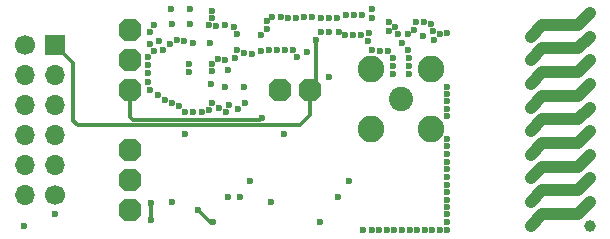
<source format=gbr>
%TF.GenerationSoftware,KiCad,Pcbnew,9.0.7*%
%TF.CreationDate,2026-01-30T12:17:07+01:00*%
%TF.ProjectId,rfiq-1,72666971-2d31-42e6-9b69-6361645f7063,1a*%
%TF.SameCoordinates,Original*%
%TF.FileFunction,Copper,L4,Bot*%
%TF.FilePolarity,Positive*%
%FSLAX46Y46*%
G04 Gerber Fmt 4.6, Leading zero omitted, Abs format (unit mm)*
G04 Created by KiCad (PCBNEW 9.0.7) date 2026-01-30 12:17:07*
%MOMM*%
%LPD*%
G01*
G04 APERTURE LIST*
G04 Aperture macros list*
%AMOutline5P*
0 Free polygon, 5 corners , with rotation*
0 The origin of the aperture is its center*
0 number of corners: always 5*
0 $1 to $10 corner X, Y*
0 $11 Rotation angle, in degrees counterclockwise*
0 create outline with 5 corners*
4,1,5,$1,$2,$3,$4,$5,$6,$7,$8,$9,$10,$1,$2,$11*%
%AMOutline6P*
0 Free polygon, 6 corners , with rotation*
0 The origin of the aperture is its center*
0 number of corners: always 6*
0 $1 to $12 corner X, Y*
0 $13 Rotation angle, in degrees counterclockwise*
0 create outline with 6 corners*
4,1,6,$1,$2,$3,$4,$5,$6,$7,$8,$9,$10,$11,$12,$1,$2,$13*%
%AMOutline7P*
0 Free polygon, 7 corners , with rotation*
0 The origin of the aperture is its center*
0 number of corners: always 7*
0 $1 to $14 corner X, Y*
0 $15 Rotation angle, in degrees counterclockwise*
0 create outline with 7 corners*
4,1,7,$1,$2,$3,$4,$5,$6,$7,$8,$9,$10,$11,$12,$13,$14,$1,$2,$15*%
%AMOutline8P*
0 Free polygon, 8 corners , with rotation*
0 The origin of the aperture is its center*
0 number of corners: always 8*
0 $1 to $16 corner X, Y*
0 $17 Rotation angle, in degrees counterclockwise*
0 create outline with 8 corners*
4,1,8,$1,$2,$3,$4,$5,$6,$7,$8,$9,$10,$11,$12,$13,$14,$15,$16,$1,$2,$17*%
G04 Aperture macros list end*
%TA.AperFunction,EtchedComponent*%
%ADD10C,1.000000*%
%TD*%
%TA.AperFunction,ComponentPad*%
%ADD11Outline8P,-0.950000X0.475000X-0.475000X0.950000X0.475000X0.950000X0.950000X0.475000X0.950000X-0.475000X0.475000X-0.950000X-0.475000X-0.950000X-0.950000X-0.475000X0.000000*%
%TD*%
%TA.AperFunction,ComponentPad*%
%ADD12C,1.000000*%
%TD*%
%TA.AperFunction,ComponentPad*%
%ADD13C,2.050000*%
%TD*%
%TA.AperFunction,ComponentPad*%
%ADD14C,2.250000*%
%TD*%
%TA.AperFunction,ComponentPad*%
%ADD15R,1.700000X1.700000*%
%TD*%
%TA.AperFunction,ComponentPad*%
%ADD16O,1.700000X1.700000*%
%TD*%
%TA.AperFunction,ComponentPad*%
%ADD17C,1.700000*%
%TD*%
%TA.AperFunction,ViaPad*%
%ADD18C,0.600000*%
%TD*%
%TA.AperFunction,Conductor*%
%ADD19C,0.300000*%
%TD*%
G04 APERTURE END LIST*
D10*
%TO.C,AE1*%
X205250000Y-84800000D02*
X204250000Y-85800000D01*
X205250000Y-86800000D02*
X204250000Y-87800000D01*
X205250000Y-88800000D02*
X204250000Y-89800000D01*
X205250000Y-90800000D02*
X204250000Y-91800000D01*
X205250000Y-92800000D02*
X204250000Y-93800000D01*
X205250000Y-94800000D02*
X204250000Y-95800000D01*
X205250000Y-96800000D02*
X204250000Y-97800000D01*
X205250000Y-98800000D02*
X204250000Y-99800000D01*
X205250000Y-100800000D02*
X204250000Y-101800000D01*
X208250000Y-84800000D02*
X205250000Y-84800000D01*
X208250000Y-86800000D02*
X205250000Y-86800000D01*
X208250000Y-88800000D02*
X205250000Y-88800000D01*
X208250000Y-90800000D02*
X205250000Y-90800000D01*
X208250000Y-92800000D02*
X205250000Y-92800000D01*
X208250000Y-94800000D02*
X205250000Y-94800000D01*
X208250000Y-96800000D02*
X205250000Y-96800000D01*
X208250000Y-98800000D02*
X205250000Y-98800000D01*
X208250000Y-100800000D02*
X205250000Y-100800000D01*
X209250000Y-83800000D02*
X208250000Y-84800000D01*
X209250000Y-85800000D02*
X208250000Y-86800000D01*
X209250000Y-87800000D02*
X208250000Y-88800000D01*
X209250000Y-89800000D02*
X208250000Y-90800000D01*
X209250000Y-91800000D02*
X208250000Y-92800000D01*
X209250000Y-93800000D02*
X208250000Y-94800000D01*
X209250000Y-95800000D02*
X208250000Y-96800000D01*
X209250000Y-97800000D02*
X208250000Y-98800000D01*
X209250000Y-99800000D02*
X208250000Y-100800000D01*
%TD*%
D11*
%TO.P,TP10,1,1*%
%TO.N,GND*%
X170300000Y-97920000D03*
%TD*%
%TO.P,TP6,1,1*%
%TO.N,/GQ1*%
X170300000Y-90300000D03*
%TD*%
%TO.P,TP2,1,1*%
%TO.N,/SCL*%
X170300000Y-100460000D03*
%TD*%
%TO.P,TP5,1,1*%
%TO.N,GND*%
X170300000Y-87760000D03*
%TD*%
%TO.P,TP4,1,1*%
%TO.N,/IO1*%
X185540000Y-90300000D03*
%TD*%
%TO.P,TP7,1,1*%
%TO.N,/GQ2*%
X170300000Y-85220000D03*
%TD*%
%TO.P,TP13,1,1*%
%TO.N,GND*%
X183000000Y-90300000D03*
%TD*%
D12*
%TO.P,AE1,*%
%TO.N,*%
X209250000Y-83800000D03*
X209250000Y-85800000D03*
X204250000Y-85800000D03*
X209250000Y-87800000D03*
X204250000Y-87800000D03*
X209250000Y-89800000D03*
X204250000Y-89800000D03*
X209250000Y-91800000D03*
X204250000Y-91800000D03*
X209250000Y-93800000D03*
X204250000Y-93800000D03*
X209250000Y-95800000D03*
X204250000Y-95800000D03*
X209250000Y-97800000D03*
X204250000Y-97800000D03*
X209250000Y-99800000D03*
X204250000Y-99800000D03*
X209250000Y-101800000D03*
X204250000Y-101800000D03*
%TD*%
D11*
%TO.P,TP1,1,1*%
%TO.N,/SDA*%
X170300000Y-95380000D03*
%TD*%
D13*
%TO.P,J1,1,In*%
%TO.N,/ANT_CONN*%
X193260000Y-91060000D03*
D14*
%TO.P,J1,2,Ext*%
%TO.N,GND*%
X195800000Y-88520000D03*
X190720000Y-88520000D03*
X195800000Y-93600000D03*
X190720000Y-93600000D03*
%TD*%
D15*
%TO.P,J4,1,Pin_1*%
%TO.N,/IO1*%
X163950000Y-86490000D03*
D16*
%TO.P,J4,2,Pin_2*%
%TO.N,unconnected-(J4-Pin_2-Pad2)*%
X163950000Y-89030000D03*
%TO.P,J4,3,Pin_3*%
%TO.N,/SCL*%
X163950000Y-91570000D03*
%TO.P,J4,4,Pin_4*%
%TO.N,/SDA*%
X163950000Y-94110000D03*
%TO.P,J4,5,Pin_5*%
%TO.N,GND*%
X163950000Y-96650000D03*
D17*
%TO.P,J4,6,Pin_6*%
%TO.N,VCC*%
X163950000Y-99190000D03*
%TO.P,J4,7,Pin_7*%
%TO.N,unconnected-(J4-Pin_7-Pad7)*%
X161410000Y-86490000D03*
D16*
%TO.P,J4,8,Pin_8*%
%TO.N,unconnected-(J4-Pin_8-Pad8)*%
X161410000Y-89030000D03*
%TO.P,J4,9,Pin_9*%
%TO.N,unconnected-(J4-Pin_9-Pad9)*%
X161410000Y-91570000D03*
%TO.P,J4,10,Pin_10*%
%TO.N,unconnected-(J4-Pin_10-Pad10)*%
X161410000Y-94110000D03*
%TO.P,J4,11,Pin_11*%
%TO.N,GND*%
X161410000Y-96650000D03*
%TO.P,J4,12,Pin_12*%
%TO.N,VBAT*%
X161410000Y-99190000D03*
%TD*%
D18*
%TO.N,GND*%
X181900000Y-84500000D03*
X177900000Y-91800000D03*
X182100000Y-86950000D03*
X174950000Y-86200000D03*
X197200000Y-97675000D03*
X197200000Y-100225000D03*
X171900000Y-87500000D03*
X190500000Y-86200000D03*
X197200000Y-92550000D03*
X177750000Y-87650000D03*
X194000000Y-88300000D03*
X178500000Y-92200000D03*
X192300000Y-84600000D03*
X186500000Y-85425000D03*
X177100000Y-86300000D03*
X190800000Y-83500000D03*
X177300000Y-88100000D03*
X197200000Y-95725000D03*
X175400000Y-84750000D03*
X180500000Y-98000000D03*
X171900000Y-89600000D03*
X193375000Y-102150000D03*
X177300000Y-88700000D03*
X177300000Y-84200000D03*
X182300000Y-99800000D03*
X177300000Y-91400000D03*
X171900000Y-88200000D03*
X189900000Y-85700000D03*
X182400000Y-84100000D03*
X197200000Y-98325000D03*
X197200000Y-97025000D03*
X173100000Y-86900000D03*
X192600000Y-88300000D03*
X195925000Y-102150000D03*
X197200000Y-98975000D03*
X197200000Y-102150000D03*
X188600000Y-84000000D03*
X172350000Y-84800000D03*
X197200000Y-95100000D03*
X193000000Y-85600000D03*
X197200000Y-91275000D03*
X185100000Y-84150000D03*
X172800000Y-86200000D03*
X173900000Y-84700000D03*
X187200000Y-85425000D03*
X175400000Y-83500000D03*
X184400000Y-84200000D03*
X178350000Y-84850000D03*
X191450000Y-102150000D03*
X190800000Y-84190000D03*
X178400000Y-90100000D03*
X195150000Y-85750000D03*
X184150000Y-86900000D03*
X193400000Y-86300000D03*
X181450000Y-85650000D03*
X192600000Y-89000000D03*
X182750000Y-86950000D03*
X192100000Y-102150000D03*
X194400000Y-85200000D03*
X189200000Y-85700000D03*
X188900000Y-98000000D03*
X195950000Y-85350000D03*
X187150000Y-89200000D03*
X192600000Y-87600000D03*
X177000000Y-92000000D03*
X177250000Y-83600000D03*
X183100000Y-84150000D03*
X192250000Y-85350000D03*
X183750000Y-84200000D03*
X172000000Y-86400000D03*
X190800000Y-102150000D03*
X178700000Y-91600000D03*
X185750000Y-84150000D03*
X173300000Y-91200000D03*
X197200000Y-90650000D03*
X194000000Y-89000000D03*
X184450000Y-87500000D03*
X194025000Y-102150000D03*
X196100000Y-86050000D03*
X187200000Y-84200000D03*
X194550000Y-84600000D03*
X175700000Y-86300000D03*
X197200000Y-99600000D03*
X187900000Y-84200000D03*
X180700000Y-87300000D03*
X194675000Y-102150000D03*
X188000000Y-85425000D03*
X174500000Y-91700000D03*
X190100000Y-102150000D03*
X193850000Y-85550000D03*
X189300000Y-84000000D03*
X177200000Y-89800000D03*
X181900000Y-85150000D03*
X175000000Y-92200000D03*
X197200000Y-85450000D03*
X178400000Y-87750000D03*
X194000000Y-87600000D03*
X176400000Y-92200000D03*
X177050000Y-84800000D03*
X186400000Y-101500000D03*
X172700000Y-90700000D03*
X175700000Y-92200000D03*
X192800000Y-85000000D03*
X195200000Y-84550000D03*
X173900000Y-91400000D03*
X183450000Y-86900000D03*
X179200000Y-87600000D03*
X181400000Y-87000000D03*
X172000000Y-90300000D03*
X197200000Y-94475000D03*
X173800000Y-83500000D03*
X175300000Y-88100000D03*
X179400000Y-85600000D03*
X192725000Y-102150000D03*
X180100000Y-91400000D03*
X175300000Y-88800000D03*
X197200000Y-101500000D03*
X196550000Y-85550000D03*
X174300000Y-86100000D03*
X173700000Y-86400000D03*
X193900000Y-86900000D03*
X197200000Y-100850000D03*
X197200000Y-96375000D03*
X178600000Y-88600000D03*
X197200000Y-91900000D03*
X190600000Y-85500000D03*
X178600000Y-99400000D03*
X195800000Y-84750000D03*
X192200000Y-87000000D03*
X179500000Y-91900000D03*
X188500000Y-85700000D03*
X172000000Y-85400000D03*
X161400000Y-101800000D03*
X179400000Y-86910000D03*
X171900000Y-88900000D03*
X195300000Y-102150000D03*
X179100000Y-84950000D03*
X177600000Y-84900000D03*
X180000000Y-90100000D03*
X190000000Y-84000000D03*
X186500000Y-84200000D03*
X197200000Y-90025000D03*
X172400000Y-87000000D03*
X173900000Y-99800000D03*
X196550000Y-102150000D03*
X180000000Y-87200000D03*
X191500000Y-87000000D03*
X190800000Y-86900000D03*
%TO.N,VCC*%
X163975000Y-100800000D03*
X179675000Y-99400000D03*
X187975000Y-99400000D03*
X175000000Y-94000000D03*
X183400000Y-94000000D03*
X185350000Y-87100000D03*
%TO.N,/IO1*%
X186100000Y-86100000D03*
%TO.N,/SDA*%
X172100000Y-99900000D03*
X172100000Y-101300000D03*
%TO.N,/SCL*%
X177400000Y-101500000D03*
X176100000Y-100500000D03*
%TO.N,/GQ1*%
X181500000Y-92700000D03*
%TD*%
D19*
%TO.N,/IO1*%
X165500000Y-92900000D02*
X165900000Y-93300000D01*
X186100000Y-86100000D02*
X186100000Y-89740000D01*
X165500000Y-88040000D02*
X165500000Y-92900000D01*
X163950000Y-86490000D02*
X165500000Y-88040000D01*
X184700000Y-93300000D02*
X185540000Y-92460000D01*
X185540000Y-92460000D02*
X185540000Y-90300000D01*
X165900000Y-93300000D02*
X184700000Y-93300000D01*
X186100000Y-89740000D02*
X185540000Y-90300000D01*
%TO.N,/SDA*%
X172100000Y-101300000D02*
X172100000Y-99900000D01*
%TO.N,/SCL*%
X177400000Y-101500000D02*
X177100000Y-101500000D01*
X177100000Y-101500000D02*
X176100000Y-100500000D01*
%TO.N,/GQ1*%
X170300000Y-90300000D02*
X170300000Y-92600000D01*
X181351000Y-92849000D02*
X181500000Y-92700000D01*
X170549000Y-92849000D02*
X181351000Y-92849000D01*
X170300000Y-92600000D02*
X170549000Y-92849000D01*
%TD*%
M02*

</source>
